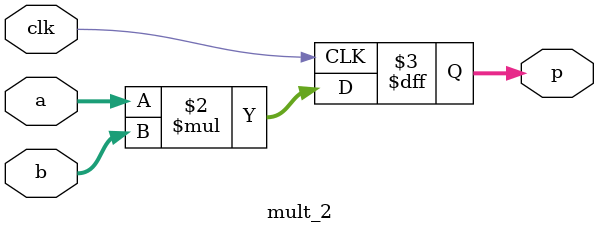
<source format=v>
module mult_2 (
    input clk,
    input      signed [16:0] a,
    input      signed [16:0] b,
    output reg signed [33:0] p
  );
  always @(posedge clk) p <= a * b;
endmodule
</source>
